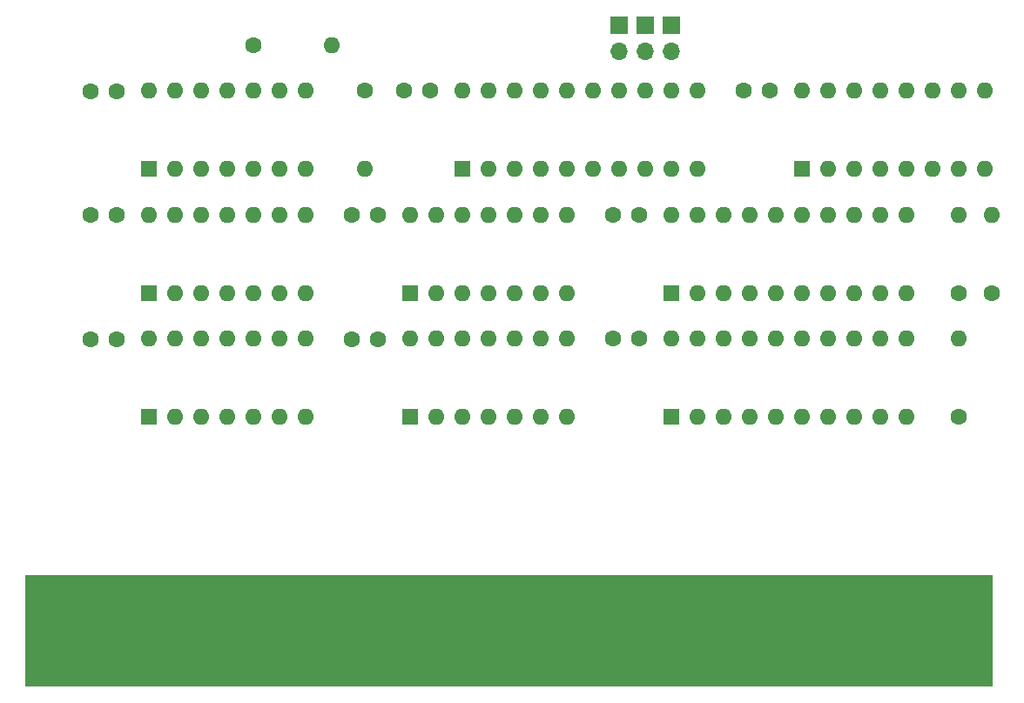
<source format=gbs>
G04 #@! TF.GenerationSoftware,KiCad,Pcbnew,(5.1.12)-1*
G04 #@! TF.CreationDate,2024-01-30T17:02:35+00:00*
G04 #@! TF.ProjectId,CPCRAMCtrl,43504352-414d-4437-9472-6c2e6b696361,rev?*
G04 #@! TF.SameCoordinates,Original*
G04 #@! TF.FileFunction,Soldermask,Bot*
G04 #@! TF.FilePolarity,Negative*
%FSLAX46Y46*%
G04 Gerber Fmt 4.6, Leading zero omitted, Abs format (unit mm)*
G04 Created by KiCad (PCBNEW (5.1.12)-1) date 2024-01-30 17:02:35*
%MOMM*%
%LPD*%
G01*
G04 APERTURE LIST*
%ADD10C,0.100000*%
%ADD11R,1.600000X10.000000*%
%ADD12O,1.600000X1.600000*%
%ADD13R,1.600000X1.600000*%
%ADD14C,1.600000*%
%ADD15O,1.700000X1.700000*%
%ADD16R,1.700000X1.700000*%
G04 APERTURE END LIST*
D10*
G36*
X250190000Y-170920000D02*
G01*
X250190000Y-160125000D01*
X156210000Y-160125000D01*
X156210000Y-170920000D01*
X250190000Y-170920000D01*
G37*
X250190000Y-170920000D02*
X250190000Y-160125000D01*
X156210000Y-160125000D01*
X156210000Y-170920000D01*
X250190000Y-170920000D01*
D11*
X247650000Y-165735000D03*
X245110000Y-165735000D03*
X242570000Y-165735000D03*
X240030000Y-165735000D03*
X237490000Y-165735000D03*
X234950000Y-165735000D03*
X232410000Y-165735000D03*
X229870000Y-165735000D03*
X227330000Y-165735000D03*
X224790000Y-165735000D03*
X222250000Y-165735000D03*
X219710000Y-165735000D03*
X217170000Y-165735000D03*
X214630000Y-165735000D03*
X212090000Y-165735000D03*
X209550000Y-165735000D03*
X207010000Y-165735000D03*
X204470000Y-165735000D03*
X201930000Y-165735000D03*
X199390000Y-165735000D03*
X196850000Y-165735000D03*
X194310000Y-165735000D03*
X191770000Y-165735000D03*
X189230000Y-165735000D03*
X186690000Y-165735000D03*
X184150000Y-165735000D03*
X181610000Y-165735000D03*
X179070000Y-165735000D03*
X176530000Y-165735000D03*
X173990000Y-165735000D03*
X171450000Y-165735000D03*
X168910000Y-165735000D03*
X166370000Y-165735000D03*
X163830000Y-165735000D03*
X161290000Y-165735000D03*
X158750000Y-165735000D03*
D12*
X219075000Y-125095000D03*
X241935000Y-132715000D03*
X221615000Y-125095000D03*
X239395000Y-132715000D03*
X224155000Y-125095000D03*
X236855000Y-132715000D03*
X226695000Y-125095000D03*
X234315000Y-132715000D03*
X229235000Y-125095000D03*
X231775000Y-132715000D03*
X231775000Y-125095000D03*
X229235000Y-132715000D03*
X234315000Y-125095000D03*
X226695000Y-132715000D03*
X236855000Y-125095000D03*
X224155000Y-132715000D03*
X239395000Y-125095000D03*
X221615000Y-132715000D03*
X241935000Y-125095000D03*
D13*
X219075000Y-132715000D03*
D12*
X193675000Y-137160000D03*
X208915000Y-144780000D03*
X196215000Y-137160000D03*
X206375000Y-144780000D03*
X198755000Y-137160000D03*
X203835000Y-144780000D03*
X201295000Y-137160000D03*
X201295000Y-144780000D03*
X203835000Y-137160000D03*
X198755000Y-144780000D03*
X206375000Y-137160000D03*
X196215000Y-144780000D03*
X208915000Y-137160000D03*
D13*
X193675000Y-144780000D03*
D12*
X186055000Y-108585000D03*
D14*
X178435000Y-108585000D03*
D12*
X168275000Y-137160000D03*
X183515000Y-144780000D03*
X170815000Y-137160000D03*
X180975000Y-144780000D03*
X173355000Y-137160000D03*
X178435000Y-144780000D03*
X175895000Y-137160000D03*
X175895000Y-144780000D03*
X178435000Y-137160000D03*
X173355000Y-144780000D03*
X180975000Y-137160000D03*
X170815000Y-144780000D03*
X183515000Y-137160000D03*
D13*
X168275000Y-144780000D03*
D12*
X231775000Y-113030000D03*
X249555000Y-120650000D03*
X234315000Y-113030000D03*
X247015000Y-120650000D03*
X236855000Y-113030000D03*
X244475000Y-120650000D03*
X239395000Y-113030000D03*
X241935000Y-120650000D03*
X241935000Y-113030000D03*
X239395000Y-120650000D03*
X244475000Y-113030000D03*
X236855000Y-120650000D03*
X247015000Y-113030000D03*
X234315000Y-120650000D03*
X249555000Y-113030000D03*
D13*
X231775000Y-120650000D03*
D12*
X193675000Y-125095000D03*
X208915000Y-132715000D03*
X196215000Y-125095000D03*
X206375000Y-132715000D03*
X198755000Y-125095000D03*
X203835000Y-132715000D03*
X201295000Y-125095000D03*
X201295000Y-132715000D03*
X203835000Y-125095000D03*
X198755000Y-132715000D03*
X206375000Y-125095000D03*
X196215000Y-132715000D03*
X208915000Y-125095000D03*
D13*
X193675000Y-132715000D03*
D12*
X168275000Y-125095000D03*
X183515000Y-132715000D03*
X170815000Y-125095000D03*
X180975000Y-132715000D03*
X173355000Y-125095000D03*
X178435000Y-132715000D03*
X175895000Y-125095000D03*
X175895000Y-132715000D03*
X178435000Y-125095000D03*
X173355000Y-132715000D03*
X180975000Y-125095000D03*
X170815000Y-132715000D03*
X183515000Y-125095000D03*
D13*
X168275000Y-132715000D03*
D12*
X219075000Y-137160000D03*
X241935000Y-144780000D03*
X221615000Y-137160000D03*
X239395000Y-144780000D03*
X224155000Y-137160000D03*
X236855000Y-144780000D03*
X226695000Y-137160000D03*
X234315000Y-144780000D03*
X229235000Y-137160000D03*
X231775000Y-144780000D03*
X231775000Y-137160000D03*
X229235000Y-144780000D03*
X234315000Y-137160000D03*
X226695000Y-144780000D03*
X236855000Y-137160000D03*
X224155000Y-144780000D03*
X239395000Y-137160000D03*
X221615000Y-144780000D03*
X241935000Y-137160000D03*
D13*
X219075000Y-144780000D03*
D12*
X250190000Y-125095000D03*
D14*
X250190000Y-132715000D03*
D12*
X247015000Y-125095000D03*
D14*
X247015000Y-132715000D03*
D12*
X247015000Y-137160000D03*
D14*
X247015000Y-144780000D03*
D12*
X189230000Y-120650000D03*
D14*
X189230000Y-113030000D03*
D12*
X168275000Y-113030000D03*
X183515000Y-120650000D03*
X170815000Y-113030000D03*
X180975000Y-120650000D03*
X173355000Y-113030000D03*
X178435000Y-120650000D03*
X175895000Y-113030000D03*
X175895000Y-120650000D03*
X178435000Y-113030000D03*
X173355000Y-120650000D03*
X180975000Y-113030000D03*
X170815000Y-120650000D03*
X183515000Y-113030000D03*
D13*
X168275000Y-120650000D03*
D14*
X226100000Y-113030000D03*
X228600000Y-113030000D03*
D15*
X213995000Y-109220000D03*
D16*
X213995000Y-106680000D03*
D15*
X219075000Y-109220000D03*
D16*
X219075000Y-106680000D03*
D15*
X216535000Y-109220000D03*
D16*
X216535000Y-106680000D03*
D12*
X198755000Y-113030000D03*
X221615000Y-120650000D03*
X201295000Y-113030000D03*
X219075000Y-120650000D03*
X203835000Y-113030000D03*
X216535000Y-120650000D03*
X206375000Y-113030000D03*
X213995000Y-120650000D03*
X208915000Y-113030000D03*
X211455000Y-120650000D03*
X211455000Y-113030000D03*
X208915000Y-120650000D03*
X213995000Y-113030000D03*
X206375000Y-120650000D03*
X216535000Y-113030000D03*
X203835000Y-120650000D03*
X219075000Y-113030000D03*
X201295000Y-120650000D03*
X221615000Y-113030000D03*
D13*
X198755000Y-120650000D03*
D14*
X213400000Y-125135000D03*
X215900000Y-125135000D03*
X213400000Y-137160000D03*
X215900000Y-137160000D03*
X193080000Y-113030000D03*
X195580000Y-113030000D03*
X188000000Y-125135000D03*
X190500000Y-125135000D03*
X188000000Y-137200000D03*
X190500000Y-137200000D03*
X162600000Y-113070000D03*
X165100000Y-113070000D03*
X162600000Y-125095000D03*
X165100000Y-125095000D03*
X162600000Y-137200000D03*
X165100000Y-137200000D03*
M02*

</source>
